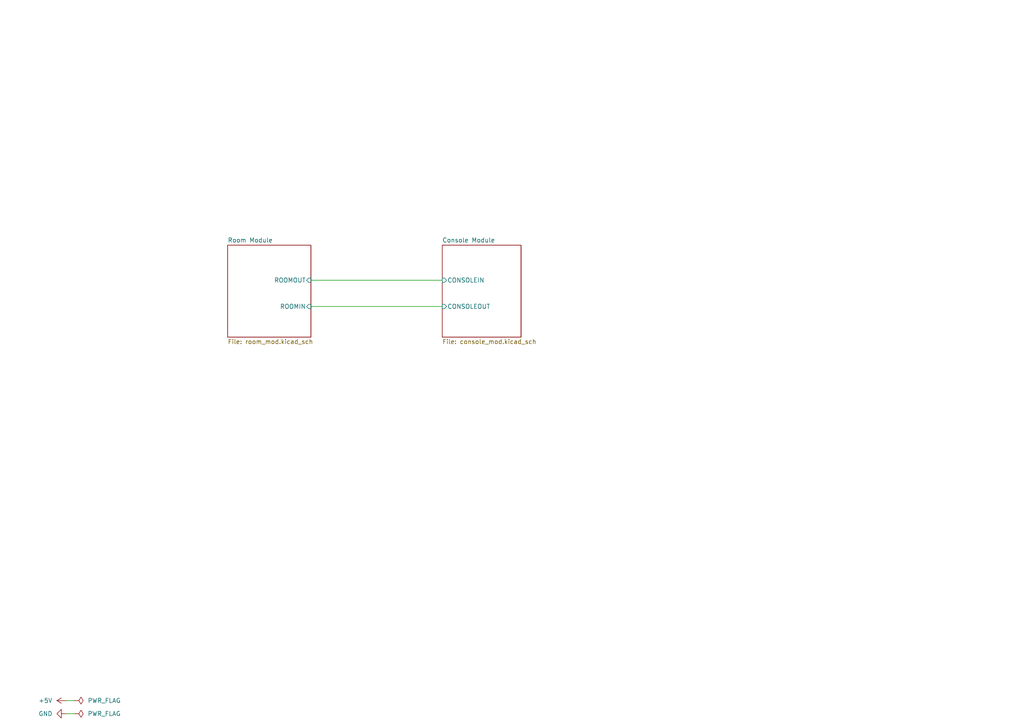
<source format=kicad_sch>
(kicad_sch (version 20231120) (generator "eeschema") (generator_version "8.0")
  (paper "A4")
  (title_block (title "Smart Study Room System") (date "2024-11-20") (rev "3") (company "ECE 198, Section 3, Group 38"))
  (lib_symbols
    (symbol "power:+5V" (power) (pin_numbers hide) (pin_names (offset 0) hide)
      (property "Value" "+5V" (at 0 3.556 0))
      (symbol "+5V_0_1"
        (polyline (pts (xy -0.762 1.27) (xy 0 2.54)))
        (polyline (pts (xy 0 0) (xy 0 2.54)))
        (polyline (pts (xy 0 2.54) (xy 0.762 1.27)))
      )
      (symbol "+5V_1_1"
        (pin power_in line (at 0 0 90) (length 0) (name "~") (number "1"))
      )
    )
    (symbol "power:GND" (power) (pin_numbers hide) (pin_names (offset 0) hide)
      (property "Value" "GND" (at 0 -3.81 0))
      (symbol "GND_0_1"
        (polyline (pts (xy 0 0) (xy 0 -1.27) (xy 1.27 -1.27) (xy 0 -2.54) (xy -1.27 -1.27) (xy 0 -1.27)))
      )
      (symbol "GND_1_1"
        (pin power_in line (at 0 0 270) (length 0) (name "~") (number "1"))
      )
    )
    (symbol "power:PWR_FLAG" (power) (pin_numbers hide) (pin_names (offset 0) hide)
      (property "Value" "PWR_FLAG" (at 0 3.81 0))
      (symbol "PWR_FLAG_0_0"
        (pin power_out line (at 0 0 90) (length 0) (name "~") (number "1"))
      )
      (symbol "PWR_FLAG_0_1"
        (polyline (pts (xy 0 0) (xy 0 1.27) (xy -1.016 1.905) (xy 0 2.54) (xy 1.016 1.905) (xy 0 1.27)))
      )
    )
  )
  (wire (pts (xy 90.17 81.28) (xy 128.27 81.28)))
  (wire (pts (xy 19.05 203.2) (xy 21.59 203.2)))
  (wire (pts (xy 90.17 88.9) (xy 128.27 88.9)))
  (wire (pts (xy 19.05 207.01) (xy 21.59 207.01)))
  (symbol (lib_id "power:PWR_FLAG") (at 21.59 203.2 270) (unit 1)
    (property "Reference" "#FLG03" (effects (hide yes)))
    (property "Value" "PWR_FLAG" (at 25.4 203.1999 90) (effects (justify left)))
    (property "Description" "Special symbol for telling ERC where power comes from" (effects (hide yes)))
  )
  (symbol (lib_id "power:PWR_FLAG") (at 21.59 207.01 270) (unit 1)
    (property "Reference" "#FLG04" (effects (hide yes)))
    (property "Value" "PWR_FLAG" (at 25.4 207.0099 90) (effects (justify left)))
    (property "Description" "Special symbol for telling ERC where power comes from" (effects (hide yes)))
  )
  (symbol (lib_id "power:GND") (at 19.05 207.01 270) (unit 1)
    (property "Reference" "#PWR016" (effects (hide yes)))
    (property "Value" "GND" (at 15.24 207.0099 90) (effects (justify right)))
    (property "Description" "Power symbol creates a global label with name \"GND\" , ground" (effects (hide yes)))
  )
  (symbol (lib_id "power:+5V") (at 19.05 203.2 90) (unit 1)
    (property "Reference" "#PWR015" (effects (hide yes)))
    (property "Value" "+5V" (at 15.24 203.1999 90) (effects (justify left)))
    (property "Description" "Power symbol creates a global label with name \"+5V\"" (effects (hide yes)))
  )
  (sheet (at 128.27 71.12) (size 22.86 26.67) (stroke (width 0.1524))
    (property "Sheetname" "Console Module" (at 128.27 70.4084 0) (effects (justify left bottom)))
    (property "Sheetfile" "console_mod.kicad_sch" (at 128.27 98.3746 0) (effects (justify left top)))
    (pin "CONSOLEOUT" input (at 128.27 88.9 180))
    (pin "CONSOLEIN" input (at 128.27 81.28 180))
  )
  (sheet (at 66.04 71.12) (size 24.13 26.67) (stroke (width 0.1524))
    (property "Sheetname" "Room Module" (at 66.04 70.4084 0) (effects (justify left bottom)))
    (property "Sheetfile" "room_mod.kicad_sch" (at 66.04 98.3746 0) (effects (justify left top)))
    (pin "ROOMOUT" input (at 90.17 81.28 0))
    (pin "ROOMIN" input (at 90.17 88.9 0))
  )
)
</source>
